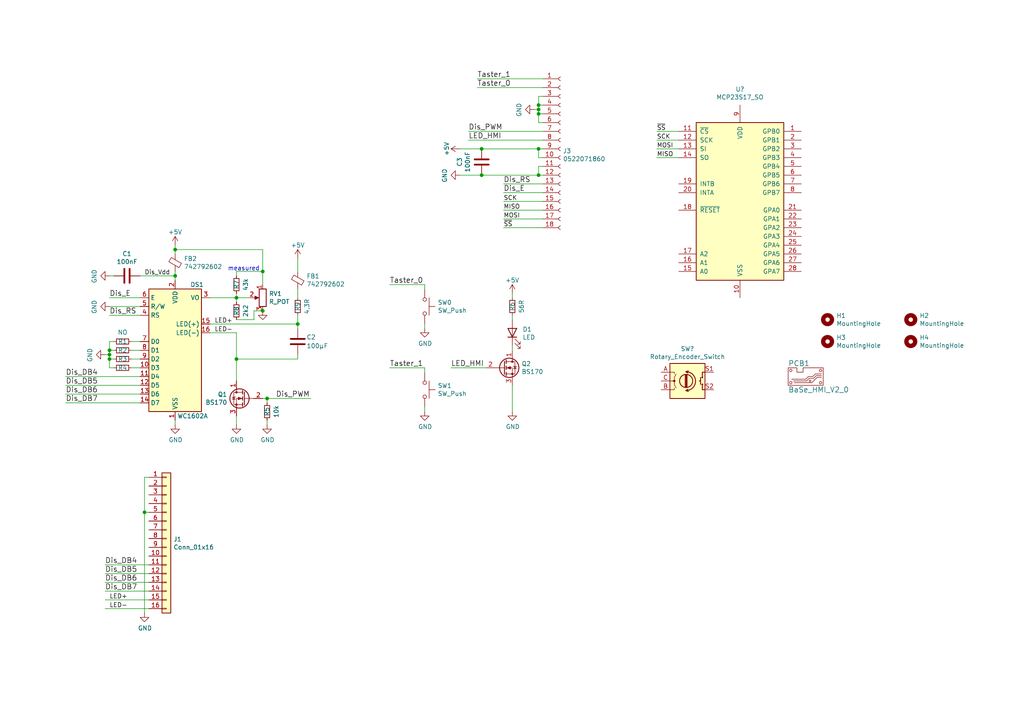
<source format=kicad_sch>
(kicad_sch (version 20211123) (generator eeschema)
  (paper "A4")
  (title_block (title "BaSe_HMI_V2_0") (date "28 apr 2016") (rev "1") (company "Gras7 Labs") (comment 1 "HMI Board for BaSe with Display, 2 Pushbuttons and a LED") (comment 2 "Revision 2 with Port Expander and Encoder"))
  (lib_symbols
    (symbol "Connector:Conn_01x18_Female" (pin_names (offset 1.016) hide)
      (property "Reference" "J" (at 0 22.86 0))
      (property "Value" "Conn_01x18_Female" (at 0 -25.4 0))
      (symbol "Conn_01x18_Female_1_1"
        (arc (start 0 -22.352) (mid -0.508 -22.86) (end 0 -23.368) (stroke (width 0.1524)))
        (arc (start 0 -19.812) (mid -0.508 -20.32) (end 0 -20.828) (stroke (width 0.1524)))
        (arc (start 0 -17.272) (mid -0.508 -17.78) (end 0 -18.288) (stroke (width 0.1524)))
        (arc (start 0 -14.732) (mid -0.508 -15.24) (end 0 -15.748) (stroke (width 0.1524)))
        (arc (start 0 -12.192) (mid -0.508 -12.7) (end 0 -13.208) (stroke (width 0.1524)))
        (arc (start 0 -9.652) (mid -0.508 -10.16) (end 0 -10.668) (stroke (width 0.1524)))
        (arc (start 0 -7.112) (mid -0.508 -7.62) (end 0 -8.128) (stroke (width 0.1524)))
        (arc (start 0 -4.572) (mid -0.508 -5.08) (end 0 -5.588) (stroke (width 0.1524)))
        (arc (start 0 -2.032) (mid -0.508 -2.54) (end 0 -3.048) (stroke (width 0.1524)))
        (polyline (pts (xy -1.27 -22.86) (xy -0.508 -22.86)) (stroke (width 0.1524)))
        (polyline (pts (xy -1.27 -20.32) (xy -0.508 -20.32)) (stroke (width 0.1524)))
        (polyline (pts (xy -1.27 -17.78) (xy -0.508 -17.78)) (stroke (width 0.1524)))
        (polyline (pts (xy -1.27 -15.24) (xy -0.508 -15.24)) (stroke (width 0.1524)))
        (polyline (pts (xy -1.27 -12.7) (xy -0.508 -12.7)) (stroke (width 0.1524)))
        (polyline (pts (xy -1.27 -10.16) (xy -0.508 -10.16)) (stroke (width 0.1524)))
        (polyline (pts (xy -1.27 -7.62) (xy -0.508 -7.62)) (stroke (width 0.1524)))
        (polyline (pts (xy -1.27 -5.08) (xy -0.508 -5.08)) (stroke (width 0.1524)))
        (polyline (pts (xy -1.27 -2.54) (xy -0.508 -2.54)) (stroke (width 0.1524)))
        (polyline (pts (xy -1.27 0) (xy -0.508 0)) (stroke (width 0.1524)))
        (polyline (pts (xy -1.27 2.54) (xy -0.508 2.54)) (stroke (width 0.1524)))
        (polyline (pts (xy -1.27 5.08) (xy -0.508 5.08)) (stroke (width 0.1524)))
        (polyline (pts (xy -1.27 7.62) (xy -0.508 7.62)) (stroke (width 0.1524)))
        (polyline (pts (xy -1.27 10.16) (xy -0.508 10.16)) (stroke (width 0.1524)))
        (polyline (pts (xy -1.27 12.7) (xy -0.508 12.7)) (stroke (width 0.1524)))
        (polyline (pts (xy -1.27 15.24) (xy -0.508 15.24)) (stroke (width 0.1524)))
        (polyline (pts (xy -1.27 17.78) (xy -0.508 17.78)) (stroke (width 0.1524)))
        (polyline (pts (xy -1.27 20.32) (xy -0.508 20.32)) (stroke (width 0.1524)))
        (arc (start 0 0.508) (mid -0.508 0) (end 0 -0.508) (stroke (width 0.1524)))
        (arc (start 0 3.048) (mid -0.508 2.54) (end 0 2.032) (stroke (width 0.1524)))
        (arc (start 0 5.588) (mid -0.508 5.08) (end 0 4.572) (stroke (width 0.1524)))
        (arc (start 0 8.128) (mid -0.508 7.62) (end 0 7.112) (stroke (width 0.1524)))
        (arc (start 0 10.668) (mid -0.508 10.16) (end 0 9.652) (stroke (width 0.1524)))
        (arc (start 0 13.208) (mid -0.508 12.7) (end 0 12.192) (stroke (width 0.1524)))
        (arc (start 0 15.748) (mid -0.508 15.24) (end 0 14.732) (stroke (width 0.1524)))
        (arc (start 0 18.288) (mid -0.508 17.78) (end 0 17.272) (stroke (width 0.1524)))
        (arc (start 0 20.828) (mid -0.508 20.32) (end 0 19.812) (stroke (width 0.1524)))
        (pin passive line (at -5.08 20.32 0) (length 3.81) (name "Pin_1") (number "1"))
        (pin passive line (at -5.08 -2.54 0) (length 3.81) (name "Pin_10") (number "10"))
        (pin passive line (at -5.08 -5.08 0) (length 3.81) (name "Pin_11") (number "11"))
        (pin passive line (at -5.08 -7.62 0) (length 3.81) (name "Pin_12") (number "12"))
        (pin passive line (at -5.08 -10.16 0) (length 3.81) (name "Pin_13") (number "13"))
        (pin passive line (at -5.08 -12.7 0) (length 3.81) (name "Pin_14") (number "14"))
        (pin passive line (at -5.08 -15.24 0) (length 3.81) (name "Pin_15") (number "15"))
        (pin passive line (at -5.08 -17.78 0) (length 3.81) (name "Pin_16") (number "16"))
        (pin passive line (at -5.08 -20.32 0) (length 3.81) (name "Pin_17") (number "17"))
        (pin passive line (at -5.08 -22.86 0) (length 3.81) (name "Pin_18") (number "18"))
        (pin passive line (at -5.08 17.78 0) (length 3.81) (name "Pin_2") (number "2"))
        (pin passive line (at -5.08 15.24 0) (length 3.81) (name "Pin_3") (number "3"))
        (pin passive line (at -5.08 12.7 0) (length 3.81) (name "Pin_4") (number "4"))
        (pin passive line (at -5.08 10.16 0) (length 3.81) (name "Pin_5") (number "5"))
        (pin passive line (at -5.08 7.62 0) (length 3.81) (name "Pin_6") (number "6"))
        (pin passive line (at -5.08 5.08 0) (length 3.81) (name "Pin_7") (number "7"))
        (pin passive line (at -5.08 2.54 0) (length 3.81) (name "Pin_8") (number "8"))
        (pin passive line (at -5.08 0 0) (length 3.81) (name "Pin_9") (number "9"))
      )
    )
    (symbol "Connector_Generic:Conn_01x16" (pin_names (offset 1.016) hide)
      (property "Reference" "J" (at 0 20.32 0))
      (property "Value" "Conn_01x16" (at 0 -22.86 0))
      (symbol "Conn_01x16_1_1"
        (rectangle (start -1.27 -20.193) (end 0 -20.447) (stroke (width 0.1524)))
        (rectangle (start -1.27 -17.653) (end 0 -17.907) (stroke (width 0.1524)))
        (rectangle (start -1.27 -15.113) (end 0 -15.367) (stroke (width 0.1524)))
        (rectangle (start -1.27 -12.573) (end 0 -12.827) (stroke (width 0.1524)))
        (rectangle (start -1.27 -10.033) (end 0 -10.287) (stroke (width 0.1524)))
        (rectangle (start -1.27 -7.493) (end 0 -7.747) (stroke (width 0.1524)))
        (rectangle (start -1.27 -4.953) (end 0 -5.207) (stroke (width 0.1524)))
        (rectangle (start -1.27 -2.413) (end 0 -2.667) (stroke (width 0.1524)))
        (rectangle (start -1.27 0.127) (end 0 -0.127) (stroke (width 0.1524)))
        (rectangle (start -1.27 2.667) (end 0 2.413) (stroke (width 0.1524)))
        (rectangle (start -1.27 5.207) (end 0 4.953) (stroke (width 0.1524)))
        (rectangle (start -1.27 7.747) (end 0 7.493) (stroke (width 0.1524)))
        (rectangle (start -1.27 10.287) (end 0 10.033) (stroke (width 0.1524)))
        (rectangle (start -1.27 12.827) (end 0 12.573) (stroke (width 0.1524)))
        (rectangle (start -1.27 15.367) (end 0 15.113) (stroke (width 0.1524)))
        (rectangle (start -1.27 17.907) (end 0 17.653) (stroke (width 0.1524)))
        (rectangle (start -1.27 19.05) (end 1.27 -21.59) (stroke (width 0.254)) (fill (type background)))
        (pin passive line (at -5.08 17.78 0) (length 3.81) (name "Pin_1") (number "1"))
        (pin passive line (at -5.08 -5.08 0) (length 3.81) (name "Pin_10") (number "10"))
        (pin passive line (at -5.08 -7.62 0) (length 3.81) (name "Pin_11") (number "11"))
        (pin passive line (at -5.08 -10.16 0) (length 3.81) (name "Pin_12") (number "12"))
        (pin passive line (at -5.08 -12.7 0) (length 3.81) (name "Pin_13") (number "13"))
        (pin passive line (at -5.08 -15.24 0) (length 3.81) (name "Pin_14") (number "14"))
        (pin passive line (at -5.08 -17.78 0) (length 3.81) (name "Pin_15") (number "15"))
        (pin passive line (at -5.08 -20.32 0) (length 3.81) (name "Pin_16") (number "16"))
        (pin passive line (at -5.08 15.24 0) (length 3.81) (name "Pin_2") (number "2"))
        (pin passive line (at -5.08 12.7 0) (length 3.81) (name "Pin_3") (number "3"))
        (pin passive line (at -5.08 10.16 0) (length 3.81) (name "Pin_4") (number "4"))
        (pin passive line (at -5.08 7.62 0) (length 3.81) (name "Pin_5") (number "5"))
        (pin passive line (at -5.08 5.08 0) (length 3.81) (name "Pin_6") (number "6"))
        (pin passive line (at -5.08 2.54 0) (length 3.81) (name "Pin_7") (number "7"))
        (pin passive line (at -5.08 0 0) (length 3.81) (name "Pin_8") (number "8"))
        (pin passive line (at -5.08 -2.54 0) (length 3.81) (name "Pin_9") (number "9"))
      )
    )
    (symbol "Device:C" (pin_numbers hide) (pin_names (offset 0.254))
      (property "Reference" "C" (at 0.635 2.54 0))
      (property "Value" "C" (at 0.635 -2.54 0))
      (symbol "C_0_1"
        (polyline (pts (xy -2.032 -0.762) (xy 2.032 -0.762)) (stroke (width 0.508)))
        (polyline (pts (xy -2.032 0.762) (xy 2.032 0.762)) (stroke (width 0.508)))
      )
      (symbol "C_1_1"
        (pin passive line (at 0 3.81 270) (length 2.794) (name "~") (number "1"))
        (pin passive line (at 0 -3.81 90) (length 2.794) (name "~") (number "2"))
      )
    )
    (symbol "Device:Ferrite_Bead_Small" (pin_numbers hide) (pin_names (offset 0))
      (property "Reference" "FB" (at 1.905 1.27 0))
      (property "Value" "Device_Ferrite_Bead_Small" (at 1.905 -1.27 0))
      (symbol "Ferrite_Bead_Small_0_1"
        (polyline (pts (xy 0 -1.27) (xy 0 -0.7874)))
        (polyline (pts (xy 0 0.889) (xy 0 1.2954)))
        (polyline (pts (xy -1.8288 0.2794) (xy -1.1176 1.4986) (xy 1.8288 -0.2032) (xy 1.1176 -1.4224) (xy -1.8288 0.2794)))
      )
      (symbol "Ferrite_Bead_Small_1_1"
        (pin passive line (at 0 2.54 270) (length 1.27) (name "~") (number "1"))
        (pin passive line (at 0 -2.54 90) (length 1.27) (name "~") (number "2"))
      )
    )
    (symbol "Device:LED" (pin_numbers hide) (pin_names (offset 1.016) hide)
      (property "Reference" "D" (at 0 2.54 0))
      (property "Value" "LED" (at 0 -2.54 0))
      (symbol "LED_0_1"
        (polyline (pts (xy -1.27 -1.27) (xy -1.27 1.27)) (stroke (width 0.254)))
        (polyline (pts (xy -1.27 0) (xy 1.27 0)))
        (polyline (pts (xy 1.27 -1.27) (xy 1.27 1.27) (xy -1.27 0) (xy 1.27 -1.27)) (stroke (width 0.254)))
        (polyline (pts (xy -3.048 -0.762) (xy -4.572 -2.286) (xy -3.81 -2.286) (xy -4.572 -2.286) (xy -4.572 -1.524)))
        (polyline (pts (xy -1.778 -0.762) (xy -3.302 -2.286) (xy -2.54 -2.286) (xy -3.302 -2.286) (xy -3.302 -1.524)))
      )
      (symbol "LED_1_1"
        (pin passive line (at -3.81 0 0) (length 2.54) (name "K") (number "1"))
        (pin passive line (at 3.81 0 180) (length 2.54) (name "A") (number "2"))
      )
    )
    (symbol "Device:R_POT" (pin_names (offset 1.016) hide)
      (property "Reference" "RV" (at -4.445 0 90))
      (property "Value" "Device_R_POT" (at -2.54 0 90))
      (symbol "R_POT_0_1"
        (polyline (pts (xy 2.54 0) (xy 1.524 0)))
        (polyline (pts (xy 1.143 0) (xy 2.286 0.508) (xy 2.286 -0.508) (xy 1.143 0)) (fill (type outline)))
        (rectangle (start 1.016 2.54) (end -1.016 -2.54) (stroke (width 0.254)))
      )
      (symbol "R_POT_1_1"
        (pin passive line (at 0 3.81 270) (length 1.27) (name "1") (number "1"))
        (pin passive line (at 3.81 0 180) (length 1.27) (name "2") (number "2"))
        (pin passive line (at 0 -3.81 90) (length 1.27) (name "3") (number "3"))
      )
    )
    (symbol "Device:R_Small" (pin_numbers hide) (pin_names (offset 0.254) hide)
      (property "Reference" "R" (at 0.762 0.508 0))
      (property "Value" "R_Small" (at 0.762 -1.016 0))
      (symbol "R_Small_0_1"
        (rectangle (start -0.762 1.778) (end 0.762 -1.778) (stroke (width 0.2032)))
      )
      (symbol "R_Small_1_1"
        (pin passive line (at 0 2.54 270) (length 0.762) (name "~") (number "1"))
        (pin passive line (at 0 -2.54 90) (length 0.762) (name "~") (number "2"))
      )
    )
    (symbol "Device:Rotary_Encoder_Switch" (pin_names (offset 0.254) hide)
      (property "Reference" "SW" (at 0 6.604 0))
      (property "Value" "Device_Rotary_Encoder_Switch" (at 0 -6.604 0))
      (symbol "Rotary_Encoder_Switch_0_1"
        (rectangle (start -5.08 5.08) (end 5.08 -5.08) (stroke (width 0.254)) (fill (type background)))
        (circle (center -3.81 0) (radius 0.254) (fill (type outline)))
        (arc (start -0.381 -2.794) (mid 2.3622 -0.0508) (end -0.381 2.667) (stroke (width 0.254)))
        (circle (center -0.381 0) (radius 1.905) (stroke (width 0.254)))
        (polyline (pts (xy -0.635 -1.778) (xy -0.635 1.778)) (stroke (width 0.254)))
        (polyline (pts (xy -0.381 -1.778) (xy -0.381 1.778)) (stroke (width 0.254)))
        (polyline (pts (xy -0.127 1.778) (xy -0.127 -1.778)) (stroke (width 0.254)))
        (polyline (pts (xy 3.81 0) (xy 3.429 0)) (stroke (width 0.254)))
        (polyline (pts (xy 3.81 1.016) (xy 3.81 -1.016)) (stroke (width 0.254)))
        (polyline (pts (xy -5.08 -2.54) (xy -3.81 -2.54) (xy -3.81 -2.032)))
        (polyline (pts (xy -5.08 2.54) (xy -3.81 2.54) (xy -3.81 2.032)))
        (polyline (pts (xy 0.254 -3.048) (xy -0.508 -2.794) (xy 0.127 -2.413)) (stroke (width 0.254)))
        (polyline (pts (xy 0.254 2.921) (xy -0.508 2.667) (xy 0.127 2.286)) (stroke (width 0.254)))
        (polyline (pts (xy 5.08 -2.54) (xy 4.318 -2.54) (xy 4.318 -1.016)) (stroke (width 0.254)))
        (polyline (pts (xy 5.08 2.54) (xy 4.318 2.54) (xy 4.318 1.016)) (stroke (width 0.254)))
        (polyline (pts (xy -5.08 0) (xy -3.81 0) (xy -3.81 -1.016) (xy -3.302 -2.032)))
        (polyline (pts (xy -4.318 0) (xy -3.81 0) (xy -3.81 1.016) (xy -3.302 2.032)))
        (circle (center 4.318 -1.016) (radius 0.127) (stroke (width 0.254)))
        (circle (center 4.318 1.016) (radius 0.127) (stroke (width 0.254)))
      )
      (symbol "Rotary_Encoder_Switch_1_1"
        (pin passive line (at -7.62 2.54 0) (length 2.54) (name "A") (number "A"))
        (pin passive line (at -7.62 -2.54 0) (length 2.54) (name "B") (number "B"))
        (pin passive line (at -7.62 0 0) (length 2.54) (name "C") (number "C"))
        (pin passive line (at 7.62 2.54 180) (length 2.54) (name "S1") (number "S1"))
        (pin passive line (at 7.62 -2.54 180) (length 2.54) (name "S2") (number "S2"))
      )
    )
    (symbol "Display_Character:WC1602A"
      (property "Reference" "DS" (at -5.842 19.05 0))
      (property "Value" "WC1602A" (at 5.334 19.05 0))
      (symbol "WC1602A_1_1"
        (rectangle (start -7.62 17.78) (end 7.62 -17.78) (stroke (width 0.254)) (fill (type background)))
        (pin power_in line (at 0 -20.32 90) (length 2.54) (name "VSS") (number "1"))
        (pin input line (at -10.16 -5.08 0) (length 2.54) (name "D3") (number "10"))
        (pin input line (at -10.16 -7.62 0) (length 2.54) (name "D4") (number "11"))
        (pin input line (at -10.16 -10.16 0) (length 2.54) (name "D5") (number "12"))
        (pin input line (at -10.16 -12.7 0) (length 2.54) (name "D6") (number "13"))
        (pin input line (at -10.16 -15.24 0) (length 2.54) (name "D7") (number "14"))
        (pin power_in line (at 10.16 7.62 180) (length 2.54) (name "LED(+)") (number "15"))
        (pin power_in line (at 10.16 5.08 180) (length 2.54) (name "LED(-)") (number "16"))
        (pin power_in line (at 0 20.32 270) (length 2.54) (name "VDD") (number "2"))
        (pin input line (at 10.16 15.24 180) (length 2.54) (name "VO") (number "3"))
        (pin input line (at -10.16 10.16 0) (length 2.54) (name "RS") (number "4"))
        (pin input line (at -10.16 12.7 0) (length 2.54) (name "R/W") (number "5"))
        (pin input line (at -10.16 15.24 0) (length 2.54) (name "E") (number "6"))
        (pin input line (at -10.16 2.54 0) (length 2.54) (name "D0") (number "7"))
        (pin input line (at -10.16 0 0) (length 2.54) (name "D1") (number "8"))
        (pin input line (at -10.16 -2.54 0) (length 2.54) (name "D2") (number "9"))
      )
    )
    (symbol "Interface_Expansion:MCP23S17_SO" (pin_names (offset 1.016))
      (property "Reference" "U" (at -11.43 24.13 0))
      (property "Value" "MCP23S17_SO" (at 0 0 0))
      (symbol "MCP23S17_SO_0_1"
        (rectangle (start -12.7 22.86) (end 12.7 -22.86) (stroke (width 0.254)) (fill (type background)))
      )
      (symbol "MCP23S17_SO_1_1"
        (pin bidirectional line (at 17.78 20.32 180) (length 5.08) (name "GPB0") (number "1"))
        (pin power_in line (at 0 -27.94 90) (length 5.08) (name "VSS") (number "10"))
        (pin input line (at -17.78 20.32 0) (length 5.08) (name "~{CS}") (number "11"))
        (pin input line (at -17.78 17.78 0) (length 5.08) (name "SCK") (number "12"))
        (pin input line (at -17.78 15.24 0) (length 5.08) (name "SI") (number "13"))
        (pin output line (at -17.78 12.7 0) (length 5.08) (name "SO") (number "14"))
        (pin input line (at -17.78 -20.32 0) (length 5.08) (name "A0") (number "15"))
        (pin input line (at -17.78 -17.78 0) (length 5.08) (name "A1") (number "16"))
        (pin input line (at -17.78 -15.24 0) (length 5.08) (name "A2") (number "17"))
        (pin input line (at -17.78 -2.54 0) (length 5.08) (name "~{RESET}") (number "18"))
        (pin tri_state line (at -17.78 5.08 0) (length 5.08) (name "INTB") (number "19"))
        (pin bidirectional line (at 17.78 17.78 180) (length 5.08) (name "GPB1") (number "2"))
        (pin tri_state line (at -17.78 2.54 0) (length 5.08) (name "INTA") (number "20"))
        (pin bidirectional line (at 17.78 -2.54 180) (length 5.08) (name "GPA0") (number "21"))
        (pin bidirectional line (at 17.78 -5.08 180) (length 5.08) (name "GPA1") (number "22"))
        (pin bidirectional line (at 17.78 -7.62 180) (length 5.08) (name "GPA2") (number "23"))
        (pin bidirectional line (at 17.78 -10.16 180) (length 5.08) (name "GPA3") (number "24"))
        (pin bidirectional line (at 17.78 -12.7 180) (length 5.08) (name "GPA4") (number "25"))
        (pin bidirectional line (at 17.78 -15.24 180) (length 5.08) (name "GPA5") (number "26"))
        (pin bidirectional line (at 17.78 -17.78 180) (length 5.08) (name "GPA6") (number "27"))
        (pin bidirectional line (at 17.78 -20.32 180) (length 5.08) (name "GPA7") (number "28"))
        (pin bidirectional line (at 17.78 15.24 180) (length 5.08) (name "GPB2") (number "3"))
        (pin bidirectional line (at 17.78 12.7 180) (length 5.08) (name "GPB3") (number "4"))
        (pin bidirectional line (at 17.78 10.16 180) (length 5.08) (name "GPB4") (number "5"))
        (pin bidirectional line (at 17.78 7.62 180) (length 5.08) (name "GPB5") (number "6"))
        (pin bidirectional line (at 17.78 5.08 180) (length 5.08) (name "GPB6") (number "7"))
        (pin bidirectional line (at 17.78 2.54 180) (length 5.08) (name "GPB7") (number "8"))
        (pin power_in line (at 0 27.94 270) (length 5.08) (name "VDD") (number "9"))
      )
    )
    (symbol "Mechanical:MountingHole" (pin_names (offset 1.016))
      (property "Reference" "H" (at 0 5.08 0))
      (property "Value" "MountingHole" (at 0 3.175 0))
      (symbol "MountingHole_0_1"
        (circle (center 0 0) (radius 1.27) (stroke (width 1.27)))
      )
    )
    (symbol "Switch:SW_Push" (pin_numbers hide) (pin_names (offset 1.016) hide)
      (property "Reference" "SW" (at 1.27 2.54 0))
      (property "Value" "SW_Push" (at 0 -1.524 0))
      (symbol "SW_Push_0_1"
        (circle (center -2.032 0) (radius 0.508))
        (polyline (pts (xy 0 1.27) (xy 0 3.048)))
        (polyline (pts (xy 2.54 1.27) (xy -2.54 1.27)))
        (circle (center 2.032 0) (radius 0.508))
        (pin passive line (at -5.08 0 0) (length 2.54) (name "1") (number "1"))
        (pin passive line (at 5.08 0 180) (length 2.54) (name "2") (number "2"))
      )
    )
    (symbol "Transistor_FET:BS170" (pin_names hide)
      (property "Reference" "Q" (at 5.08 1.905 0))
      (property "Value" "BS170" (at 5.08 0 0))
      (symbol "BS170_0_1"
        (polyline (pts (xy 0.254 0) (xy -2.54 0)))
        (polyline (pts (xy 0.254 1.905) (xy 0.254 -1.905)) (stroke (width 0.254)))
        (polyline (pts (xy 0.762 -1.27) (xy 0.762 -2.286)) (stroke (width 0.254)))
        (polyline (pts (xy 0.762 0.508) (xy 0.762 -0.508)) (stroke (width 0.254)))
        (polyline (pts (xy 0.762 2.286) (xy 0.762 1.27)) (stroke (width 0.254)))
        (polyline (pts (xy 2.54 2.54) (xy 2.54 1.778)))
        (polyline (pts (xy 2.54 -2.54) (xy 2.54 0) (xy 0.762 0)))
        (polyline (pts (xy 0.762 -1.778) (xy 3.302 -1.778) (xy 3.302 1.778) (xy 0.762 1.778)))
        (polyline (pts (xy 1.016 0) (xy 2.032 0.381) (xy 2.032 -0.381) (xy 1.016 0)) (fill (type outline)))
        (polyline (pts (xy 2.794 0.508) (xy 2.921 0.381) (xy 3.683 0.381) (xy 3.81 0.254)))
        (polyline (pts (xy 3.302 0.381) (xy 2.921 -0.254) (xy 3.683 -0.254) (xy 3.302 0.381)))
        (circle (center 1.651 0) (radius 2.794) (stroke (width 0.254)))
        (circle (center 2.54 -1.778) (radius 0.254) (fill (type outline)))
        (circle (center 2.54 1.778) (radius 0.254) (fill (type outline)))
      )
      (symbol "BS170_1_1"
        (pin passive line (at 2.54 5.08 270) (length 2.54) (name "D") (number "1"))
        (pin input line (at -5.08 0 0) (length 2.54) (name "G") (number "2"))
        (pin passive line (at 2.54 -5.08 90) (length 2.54) (name "S") (number "3"))
      )
    )
    (symbol "g7_labels:PCB" (pin_names (offset 1.016))
      (property "Reference" "PCB" (at 0 3.81 0))
      (property "Value" "PCB" (at 0 -3.81 0))
      (symbol "PCB_0_1"
        (circle (center -4.318 1.778) (radius 0.3556))
        (polyline (pts (xy 4.572 -0.254) (xy 3.302 -0.254) (xy 1.778 -1.778) (xy -3.302 -1.778)))
        (polyline (pts (xy -3.556 -1.27) (xy 0.254 -1.27) (xy 1.016 -0.508) (xy 2.286 -0.508) (xy 3.048 0.254) (xy 4.572 0.254)))
        (polyline (pts (xy -4.064 -0.762) (xy -0.508 -0.762) (xy 0 -0.762) (xy 0.762 0) (xy 2.032 0) (xy 2.794 0.762) (xy 4.572 0.762)))
        (polyline (pts (xy -5.08 2.54) (xy -2.54 2.54) (xy -2.54 1.27) (xy -0.762 1.27) (xy -0.762 2.54) (xy 5.08 2.54) (xy 5.08 -2.54) (xy -5.08 -2.54) (xy -5.08 2.54)))
        (circle (center 1.27 -1.27) (radius 0.254))
        (circle (center 4.318 -1.778) (radius 0.3556))
      )
      (symbol "PCB_1_1"
        (circle (center -4.318 -1.778) (radius 0.3556))
        (circle (center 4.318 1.778) (radius 0.3556))
      )
    )
    (symbol "power:+5V" (power) (pin_names (offset 0))
      (property "Value" "+5V" (at 0 3.556 0))
      (symbol "+5V_0_1"
        (polyline (pts (xy -0.762 1.27) (xy 0 2.54)))
        (polyline (pts (xy 0 0) (xy 0 2.54)))
        (polyline (pts (xy 0 2.54) (xy 0.762 1.27)))
      )
      (symbol "+5V_1_1"
        (pin power_in line (at 0 0 90) (length 0) hide (name "+5V") (number "1"))
      )
    )
    (symbol "power:GND" (power) (pin_names (offset 0))
      (property "Value" "GND" (at 0 -3.81 0))
      (symbol "GND_0_1"
        (polyline (pts (xy 0 0) (xy 0 -1.27) (xy 1.27 -1.27) (xy 0 -2.54) (xy -1.27 -1.27) (xy 0 -1.27)))
      )
      (symbol "GND_1_1"
        (pin power_in line (at 0 0 270) (length 0) hide (name "GND") (number "1"))
      )
    )
  )
  (junction (at 50.8 80.01))
  (junction (at 139.7 50.8))
  (junction (at 86.36 93.98))
  (junction (at 156.21 33.02))
  (junction (at 68.58 104.14))
  (junction (at 31.75 102.87))
  (junction (at 50.8 72.39))
  (junction (at 31.75 101.6))
  (junction (at 31.75 104.14))
  (junction (at 156.21 43.18))
  (junction (at 156.21 50.8))
  (junction (at 68.58 86.36))
  (junction (at 76.2 90.17))
  (junction (at 156.21 30.48))
  (junction (at 77.47 115.57))
  (junction (at 139.7 43.18))
  (junction (at 156.21 31.75))
  (junction (at 41.91 148.59))
  (junction (at 76.2 78.74))
  (wire (pts (xy 86.36 91.44) (xy 86.36 93.98)))
  (wire (pts (xy 156.21 30.48) (xy 156.21 31.75)))
  (wire (pts (xy 113.03 82.55) (xy 123.19 82.55)))
  (wire (pts (xy 146.05 60.96) (xy 157.48 60.96)))
  (wire (pts (xy 123.19 106.68) (xy 123.19 107.95)))
  (wire (pts (xy 156.21 33.02) (xy 156.21 35.56)))
  (wire (pts (xy 156.21 35.56) (xy 157.48 35.56)))
  (wire (pts (xy 50.8 123.19) (xy 50.8 121.92)))
  (wire (pts (xy 50.8 71.12) (xy 50.8 72.39)))
  (wire (pts (xy 33.02 99.06) (xy 31.75 99.06)))
  (wire (pts (xy 31.75 86.36) (xy 40.64 86.36)))
  (wire (pts (xy 86.36 104.14) (xy 68.58 104.14)))
  (wire (pts (xy 77.47 115.57) (xy 77.47 116.84)))
  (wire (pts (xy 73.66 90.17) (xy 76.2 90.17)))
  (wire (pts (xy 31.75 80.01) (xy 33.02 80.01)))
  (wire (pts (xy 43.18 148.59) (xy 41.91 148.59)))
  (wire (pts (xy 156.21 50.8) (xy 157.48 50.8)))
  (wire (pts (xy 31.75 99.06) (xy 31.75 101.6)))
  (wire (pts (xy 146.05 53.34) (xy 157.48 53.34)))
  (wire (pts (xy 19.05 114.3) (xy 40.64 114.3)))
  (wire (pts (xy 190.5 43.18) (xy 196.85 43.18)))
  (wire (pts (xy 86.36 102.87) (xy 86.36 104.14)))
  (wire (pts (xy 31.75 102.87) (xy 30.48 102.87)))
  (wire (pts (xy 123.19 119.38) (xy 123.19 118.11)))
  (wire (pts (xy 86.36 83.82) (xy 86.36 86.36)))
  (wire (pts (xy 31.75 104.14) (xy 31.75 106.68)))
  (wire (pts (xy 148.59 111.76) (xy 148.59 119.38)))
  (wire (pts (xy 41.91 148.59) (xy 41.91 177.8)))
  (wire (pts (xy 31.75 91.44) (xy 40.64 91.44)))
  (wire (pts (xy 148.59 85.09) (xy 148.59 86.36)))
  (wire (pts (xy 157.48 27.94) (xy 156.21 27.94)))
  (wire (pts (xy 156.21 30.48) (xy 157.48 30.48)))
  (wire (pts (xy 38.1 104.14) (xy 40.64 104.14)))
  (wire (pts (xy 30.48 168.91) (xy 43.18 168.91)))
  (wire (pts (xy 50.8 72.39) (xy 76.2 72.39)))
  (wire (pts (xy 76.2 72.39) (xy 76.2 78.74)))
  (wire (pts (xy 156.21 48.26) (xy 156.21 50.8)))
  (wire (pts (xy 19.05 109.22) (xy 40.64 109.22)))
  (wire (pts (xy 146.05 55.88) (xy 157.48 55.88)))
  (wire (pts (xy 68.58 92.71) (xy 73.66 92.71)))
  (wire (pts (xy 30.48 173.99) (xy 43.18 173.99)))
  (wire (pts (xy 148.59 101.6) (xy 148.59 100.33)))
  (wire (pts (xy 41.91 138.43) (xy 41.91 148.59)))
  (wire (pts (xy 31.75 104.14) (xy 33.02 104.14)))
  (wire (pts (xy 190.5 45.72) (xy 196.85 45.72)))
  (wire (pts (xy 31.75 88.9) (xy 40.64 88.9)))
  (wire (pts (xy 38.1 101.6) (xy 40.64 101.6)))
  (wire (pts (xy 156.21 43.18) (xy 156.21 45.72)))
  (wire (pts (xy 31.75 106.68) (xy 33.02 106.68)))
  (wire (pts (xy 123.19 93.98) (xy 123.19 95.25)))
  (wire (pts (xy 154.94 31.75) (xy 156.21 31.75)))
  (wire (pts (xy 19.05 116.84) (xy 40.64 116.84)))
  (wire (pts (xy 135.89 38.1) (xy 157.48 38.1)))
  (wire (pts (xy 50.8 78.74) (xy 50.8 80.01)))
  (wire (pts (xy 156.21 48.26) (xy 157.48 48.26)))
  (wire (pts (xy 123.19 82.55) (xy 123.19 83.82)))
  (wire (pts (xy 31.75 101.6) (xy 31.75 102.87)))
  (wire (pts (xy 50.8 81.28) (xy 50.8 80.01)))
  (wire (pts (xy 68.58 110.49) (xy 68.58 104.14)))
  (wire (pts (xy 77.47 115.57) (xy 90.17 115.57)))
  (wire (pts (xy 138.43 22.86) (xy 157.48 22.86)))
  (wire (pts (xy 30.48 176.53) (xy 43.18 176.53)))
  (wire (pts (xy 31.75 102.87) (xy 31.75 104.14)))
  (wire (pts (xy 157.48 33.02) (xy 156.21 33.02)))
  (wire (pts (xy 30.48 163.83) (xy 43.18 163.83)))
  (wire (pts (xy 190.5 38.1) (xy 196.85 38.1)))
  (wire (pts (xy 38.1 99.06) (xy 40.64 99.06)))
  (wire (pts (xy 86.36 74.93) (xy 86.36 78.74)))
  (wire (pts (xy 68.58 78.74) (xy 76.2 78.74)))
  (wire (pts (xy 30.48 166.37) (xy 43.18 166.37)))
  (wire (pts (xy 68.58 86.36) (xy 68.58 87.63)))
  (wire (pts (xy 68.58 96.52) (xy 60.96 96.52)))
  (wire (pts (xy 68.58 85.09) (xy 68.58 86.36)))
  (wire (pts (xy 43.18 138.43) (xy 41.91 138.43)))
  (wire (pts (xy 135.89 40.64) (xy 157.48 40.64)))
  (wire (pts (xy 76.2 78.74) (xy 76.2 82.55)))
  (wire (pts (xy 77.47 123.19) (xy 77.47 121.92)))
  (wire (pts (xy 133.35 50.8) (xy 139.7 50.8)))
  (wire (pts (xy 30.48 171.45) (xy 43.18 171.45)))
  (wire (pts (xy 68.58 86.36) (xy 72.39 86.36)))
  (wire (pts (xy 157.48 43.18) (xy 156.21 43.18)))
  (wire (pts (xy 139.7 43.18) (xy 133.35 43.18)))
  (wire (pts (xy 60.96 86.36) (xy 68.58 86.36)))
  (wire (pts (xy 146.05 58.42) (xy 157.48 58.42)))
  (wire (pts (xy 146.05 66.04) (xy 157.48 66.04)))
  (wire (pts (xy 156.21 27.94) (xy 156.21 30.48)))
  (wire (pts (xy 146.05 63.5) (xy 157.48 63.5)))
  (wire (pts (xy 148.59 91.44) (xy 148.59 92.71)))
  (wire (pts (xy 33.02 101.6) (xy 31.75 101.6)))
  (wire (pts (xy 113.03 106.68) (xy 123.19 106.68)))
  (wire (pts (xy 38.1 106.68) (xy 40.64 106.68)))
  (wire (pts (xy 156.21 43.18) (xy 139.7 43.18)))
  (wire (pts (xy 86.36 95.25) (xy 86.36 93.98)))
  (wire (pts (xy 156.21 33.02) (xy 156.21 31.75)))
  (wire (pts (xy 140.97 106.68) (xy 130.81 106.68)))
  (wire (pts (xy 76.2 115.57) (xy 77.47 115.57)))
  (wire (pts (xy 60.96 93.98) (xy 86.36 93.98)))
  (wire (pts (xy 19.05 111.76) (xy 40.64 111.76)))
  (wire (pts (xy 190.5 40.64) (xy 196.85 40.64)))
  (wire (pts (xy 138.43 25.4) (xy 157.48 25.4)))
  (wire (pts (xy 73.66 92.71) (xy 73.66 90.17)))
  (wire (pts (xy 40.64 80.01) (xy 50.8 80.01)))
  (wire (pts (xy 50.8 72.39) (xy 50.8 73.66)))
  (wire (pts (xy 68.58 123.19) (xy 68.58 120.65)))
  (wire (pts (xy 156.21 45.72) (xy 157.48 45.72)))
  (wire (pts (xy 68.58 104.14) (xy 68.58 96.52)))
  (wire (pts (xy 139.7 50.8) (xy 156.21 50.8)))
  (wire (pts (xy 68.58 80.01) (xy 68.58 78.74)))
  (text "measured" (at 66.04 78.74 0) (effects (font (size 1.27 1.27)) (justify left bottom)))
  (label "Dis_PWM" (at 135.89 38.1 0) (effects (font (size 1.524 1.524))))
  (label "Taster_0" (at 138.43 25.4 0) (effects (font (size 1.524 1.524))))
  (label "Dis_RS" (at 146.05 53.34 0) (effects (font (size 1.524 1.524))))
  (label "LED-" (at 62.23 96.52 0))
  (label "LED_HMI" (at 135.89 40.64 0) (effects (font (size 1.524 1.524))))
  (label "LED+" (at 31.75 173.99 0))
  (label "LED+" (at 62.23 93.98 0))
  (label "Taster_1" (at 113.03 106.68 0) (effects (font (size 1.524 1.524))))
  (label "~{SS}" (at 190.5 38.1 0))
  (label "LED-" (at 31.75 176.53 0))
  (label "Dis_Vdd" (at 41.91 80.01 0))
  (label "LED_HMI" (at 130.81 106.68 0) (effects (font (size 1.524 1.524))))
  (label "Dis_DB5" (at 30.48 166.37 0) (effects (font (size 1.524 1.524))))
  (label "MOSI" (at 190.5 43.18 0))
  (label "Dis_DB5" (at 19.05 111.76 0) (effects (font (size 1.524 1.524))))
  (label "Dis_PWM" (at 80.01 115.57 0) (effects (font (size 1.524 1.524))))
  (label "Dis_DB4" (at 30.48 163.83 0) (effects (font (size 1.524 1.524))))
  (label "Taster_0" (at 113.03 82.55 0) (effects (font (size 1.524 1.524))))
  (label "SCK" (at 190.5 40.64 0))
  (label "Dis_E" (at 31.75 86.36 0) (effects (font (size 1.524 1.524))))
  (label "Dis_DB7" (at 19.05 116.84 0) (effects (font (size 1.524 1.524))))
  (label "MISO" (at 190.5 45.72 0))
  (label "Dis_DB6" (at 19.05 114.3 0) (effects (font (size 1.524 1.524))))
  (label "Dis_DB6" (at 30.48 168.91 0) (effects (font (size 1.524 1.524))))
  (label "MISO" (at 146.05 60.96 0))
  (label "Dis_E" (at 146.05 55.88 0) (effects (font (size 1.524 1.524))))
  (label "MOSI" (at 146.05 63.5 0))
  (label "Dis_DB7" (at 30.48 171.45 0) (effects (font (size 1.524 1.524))))
  (label "Taster_1" (at 138.43 22.86 0) (effects (font (size 1.524 1.524))))
  (label "Dis_RS" (at 31.75 91.44 0) (effects (font (size 1.524 1.524))))
  (label "Dis_DB4" (at 19.05 109.22 0) (effects (font (size 1.524 1.524))))
  (label "SCK" (at 146.05 58.42 0))
  (label "~{SS}" (at 146.05 66.04 0))
  (symbol (lib_id "Device:C") (at 86.36 99.06 180) (unit 1)
    (property "Reference" "C2" (at 88.9 97.79 0) (effects (justify right)))
    (property "Value" "100µF" (at 88.9 100.33 0) (effects (justify right)))
    (property "Footprint" "Capacitor_SMD:C_1210_3225Metric_Pad1.42x2.65mm_HandSolder" (effects hide))
    (property "Datasheet" "https://www.yuden.co.jp/productdata/catalog/mlcc01_e.pdf" (effects hide))
    (property "Digikey" " 587-1387-1-ND" (effects hide))
    (property "SPN" "587-1387-1-ND" (effects hide))
  )
  (symbol (lib_id "Switch:SW_Push") (at 123.19 88.9 270) (unit 1)
    (property "Reference" "SW0" (at 126.9492 87.7316 90) (effects (justify left)))
    (property "Value" "SW_Push" (at 126.9492 90.043 90) (effects (justify left)))
    (property "Footprint" "Button_Switch_THT:SW_PUSH_6mm_H7.3mm" (effects hide))
    (property "Datasheet" "http://www.schurter.ch/bundles/snceschurter/epim/_ProdPool_/newDS/en/typ_6x6_mm_tact_switches.pdf" (effects hide))
    (property "SPN" "486-3459-ND" (effects hide))
  )
  (symbol (lib_id "Switch:SW_Push") (at 123.19 113.03 270) (unit 1)
    (property "Reference" "SW1" (at 126.9492 111.8616 90) (effects (justify left)))
    (property "Value" "SW_Push" (at 126.9492 114.173 90) (effects (justify left)))
    (property "Footprint" "Button_Switch_THT:SW_PUSH_6mm_H7.3mm" (effects hide))
    (property "SPN" "486-3459-ND" (effects hide))
  )
  (symbol (lib_id "Transistor_FET:BS170") (at 71.12 115.57 0) (mirror y) (unit 1)
    (property "Reference" "Q1" (at 65.913 114.4016 0) (effects (justify left)))
    (property "Value" "BS170" (at 65.913 116.713 0) (effects (justify left)))
    (property "Footprint" "Package_TO_SOT_THT:TO-92_Inline" (effects hide))
    (property "Datasheet" "http://www.fairchildsemi.com/ds/BS/BS170.pdf" (effects hide))
    (property "SPN" "BS170-D75ZCT-ND" (effects hide))
  )
  (symbol (lib_id "Display_Character:WC1602A") (at 50.8 101.6 0) (unit 1)
    (property "Reference" "DS1" (at 57.15 82.55 0))
    (property "Value" "WC1602A" (at 55.88 120.65 0))
    (property "Footprint" "G7_Custom:WC1602A_3.5mm_over_PCB" (effects hide))
    (property "Datasheet" "http://www.wincomlcd.com/pdf/WC1602A-SFYLYHTC06.pdf" (effects hide))
  )
  (symbol (lib_id "Device:R_Small") (at 35.56 99.06 270) (unit 1)
    (property "Reference" "R1" (at 35.56 99.06 90))
    (property "Value" "NO" (at 35.56 96.393 90))
    (property "Footprint" "Resistor_SMD:R_0603_1608Metric_Pad1.05x0.95mm_HandSolder" (effects hide))
  )
  (symbol (lib_id "Device:R_Small") (at 35.56 101.6 270) (unit 1)
    (property "Reference" "R2" (at 35.56 101.6 90))
    (property "Value" "NO" (effects hide))
    (property "Footprint" "Resistor_SMD:R_0603_1608Metric_Pad1.05x0.95mm_HandSolder" (effects hide))
  )
  (symbol (lib_id "Device:R_Small") (at 35.56 104.14 270) (unit 1)
    (property "Reference" "R3" (at 35.56 104.14 90))
    (property "Value" "NO" (effects hide))
    (property "Footprint" "Resistor_SMD:R_0603_1608Metric_Pad1.05x0.95mm_HandSolder" (effects hide))
  )
  (symbol (lib_id "Device:R_Small") (at 35.56 106.68 270) (unit 1)
    (property "Reference" "R4" (at 35.56 106.68 90))
    (property "Value" "NO" (effects hide))
    (property "Footprint" "Resistor_SMD:R_0603_1608Metric_Pad1.05x0.95mm_HandSolder" (effects hide))
  )
  (symbol (lib_id "power:GND") (at 30.48 102.87 270) (unit 1)
    (property "Reference" "#PWR0101" (effects hide))
    (property "Value" "GND" (at 26.0858 102.997 0))
  )
  (symbol (lib_id "power:GND") (at 50.8 123.19 0) (unit 1)
    (property "Reference" "#PWR0102" (effects hide))
    (property "Value" "GND" (at 50.927 127.5842 0))
  )
  (symbol (lib_id "power:GND") (at 31.75 88.9 270) (unit 1)
    (property "Reference" "#PWR0103" (effects hide))
    (property "Value" "GND" (at 27.3558 89.027 0))
  )
  (symbol (lib_id "Device:R_POT") (at 76.2 86.36 0) (mirror y) (unit 1)
    (property "Reference" "RV1" (at 77.978 85.1916 0) (effects (justify right)))
    (property "Value" "R_POT" (at 77.978 87.503 0) (effects (justify right)))
    (property "Footprint" "Potentiometer_THT:Potentiometer_Piher_PT-10-V10_Vertical" (effects hide))
    (property "Datasheet" "https://www.piher.net/pdf/12-PT10v03.pdf" (effects hide))
    (property "Digikey" "1993-1082-ND " (effects hide))
  )
  (symbol (lib_id "power:GND") (at 68.58 123.19 0) (unit 1)
    (property "Reference" "#PWR0104" (effects hide))
    (property "Value" "GND" (at 68.707 127.5842 0))
  )
  (symbol (lib_id "Device:R_Small") (at 77.47 119.38 180) (unit 1)
    (property "Reference" "R5" (at 77.47 119.38 90))
    (property "Value" "10k" (at 80.137 119.38 90))
    (property "Footprint" "Resistor_SMD:R_0603_1608Metric_Pad1.05x0.95mm_HandSolder" (effects hide))
    (property "SPN" "311-10.0KHRCT-ND " (effects hide))
  )
  (symbol (lib_id "power:GND") (at 77.47 123.19 0) (unit 1)
    (property "Reference" "#PWR0105" (effects hide))
    (property "Value" "GND" (at 77.597 127.5842 0))
  )
  (symbol (lib_id "power:GND") (at 76.2 90.17 0) (unit 1)
    (property "Reference" "#PWR0108" (effects hide))
    (property "Value" "GND" (effects hide))
  )
  (symbol (lib_id "Device:Ferrite_Bead_Small") (at 50.8 76.2 0) (unit 1)
    (property "Reference" "FB2" (at 53.34 75.0316 0) (effects (justify left)))
    (property "Value" "742792602" (at 53.34 77.343 0) (effects (justify left)))
    (property "Footprint" "Inductor_SMD:L_0603_1608Metric_Pad1.05x0.95mm_HandSolder" (effects hide))
    (property "Datasheet" "https://www.we-online.de/katalog/datasheet/742792602.pdf" (effects hide))
    (property "SPN" "732-4660-1-ND" (effects hide))
  )
  (symbol (lib_id "power:+5V") (at 86.36 74.93 0) (unit 1)
    (property "Reference" "#PWR0109" (effects hide))
    (property "Value" "+5V" (at 86.36 71.12 0))
  )
  (symbol (lib_id "Device:C") (at 36.83 80.01 270) (unit 1)
    (property "Reference" "C1" (at 36.83 73.6092 90))
    (property "Value" "100nF" (at 36.83 75.9206 90))
    (property "Footprint" "Capacitor_SMD:C_0603_1608Metric_Pad1.05x0.95mm_HandSolder" (effects hide))
    (property "SPN" "311-1779-1-ND" (effects hide))
  )
  (symbol (lib_id "power:GND") (at 31.75 80.01 270) (unit 1)
    (property "Reference" "#PWR0110" (effects hide))
    (property "Value" "GND" (at 27.3558 80.137 0))
  )
  (symbol (lib_id "power:GND") (at 123.19 95.25 0) (unit 1)
    (property "Reference" "#PWR0111" (effects hide))
    (property "Value" "GND" (at 123.317 99.6442 0))
  )
  (symbol (lib_id "power:GND") (at 123.19 119.38 0) (unit 1)
    (property "Reference" "#PWR0112" (effects hide))
    (property "Value" "GND" (at 123.317 123.7742 0))
  )
  (symbol (lib_id "Device:LED") (at 148.59 96.52 90) (unit 1)
    (property "Reference" "D1" (at 151.5618 95.5294 90) (effects (justify right)))
    (property "Value" "LED" (at 151.5618 97.8408 90) (effects (justify right)))
    (property "Footprint" "G7_Custom:LED_D3.0mm_9.5mm_Standoff" (effects hide))
    (property "SPN" "C5SMF-RJF-CT0W0BB2CT-ND" (effects hide))
  )
  (symbol (lib_id "power:GND") (at 148.59 119.38 0) (unit 1)
    (property "Reference" "#PWR0113" (effects hide))
    (property "Value" "GND" (at 148.717 123.7742 0))
  )
  (symbol (lib_id "Device:Ferrite_Bead_Small") (at 86.36 81.28 0) (unit 1)
    (property "Reference" "FB1" (at 88.9 80.1116 0) (effects (justify left)))
    (property "Value" "742792602" (at 88.9 82.423 0) (effects (justify left)))
    (property "Footprint" "Inductor_SMD:L_0603_1608Metric_Pad1.05x0.95mm_HandSolder" (effects hide))
    (property "Datasheet" "https://www.we-online.de/katalog/datasheet/742792602.pdf" (effects hide))
    (property "SPN" "732-4660-1-ND" (effects hide))
  )
  (symbol (lib_id "power:GND") (at 133.35 50.8 270) (unit 1)
    (property "Reference" "#PWR0106" (effects hide))
    (property "Value" "GND" (at 128.9558 50.927 0))
  )
  (symbol (lib_id "power:+5V") (at 133.35 43.18 90) (unit 1)
    (property "Reference" "#PWR0114" (effects hide))
    (property "Value" "+5V" (at 129.54 43.18 0))
  )
  (symbol (lib_id "power:GND") (at 154.94 31.75 270) (unit 1)
    (property "Reference" "#PWR0115" (effects hide))
    (property "Value" "GND" (at 150.5458 31.877 0))
  )
  (symbol (lib_id "Device:C") (at 139.7 46.99 0) (unit 1)
    (property "Reference" "C3" (at 133.2992 46.99 90))
    (property "Value" "100nF" (at 135.6106 46.99 90))
    (property "Footprint" "Capacitor_SMD:C_0603_1608Metric_Pad1.05x0.95mm_HandSolder" (effects hide))
    (property "SPN" "311-1779-1-ND" (effects hide))
  )
  (symbol (lib_id "g7_labels:PCB") (at 233.68 109.22 0) (unit 1)
    (property "Reference" "PCB1" (at 228.6 105.41 0) (effects (font (size 1.524 1.524)) (justify left)))
    (property "Value" "BaSe_HMI_V2_0" (at 228.6 113.03 0) (effects (font (size 1.524 1.524)) (justify left)))
    (property "Footprint" "G7_Labels:BaSe_HMI_V2_0" (effects hide))
  )
  (symbol (lib_id "Connector:Conn_01x18_Female") (at 162.56 43.18 0) (unit 1)
    (property "Reference" "J3" (at 163.2712 43.7896 0) (effects (justify left)))
    (property "Value" "0522071860" (at 163.2712 46.101 0) (effects (justify left)))
    (property "Footprint" "G7_Custom:Conn_FFC_Molex_52207-1860" (effects hide))
    (property "SPN" "WM10954CT-ND" (effects hide))
  )
  (symbol (lib_id "power:+5V") (at 50.8 71.12 0) (unit 1)
    (property "Reference" "#PWR0107" (effects hide))
    (property "Value" "+5V" (at 50.8 67.31 0))
  )
  (symbol (lib_id "Device:R_Small") (at 68.58 90.17 180) (unit 1)
    (property "Reference" "R8" (at 68.58 90.17 90))
    (property "Value" "2k2" (at 71.247 90.17 90))
    (property "Footprint" "Resistor_SMD:R_0603_1608Metric_Pad1.05x0.95mm_HandSolder" (effects hide))
    (property "SPN" "311-2.20KHRCT-ND" (effects hide))
  )
  (symbol (lib_id "Device:R_Small") (at 68.58 82.55 180) (unit 1)
    (property "Reference" "R7" (at 68.58 82.55 90))
    (property "Value" "43k" (at 71.247 82.55 90))
    (property "Footprint" "Resistor_SMD:R_0603_1608Metric_Pad1.05x0.95mm_HandSolder" (effects hide))
    (property "SPN" "RMCF0603FT43K0CT-ND" (effects hide))
  )
  (symbol (lib_id "Mechanical:MountingHole") (at 240.03 99.06 0) (unit 1)
    (property "Reference" "H3" (at 242.57 97.8916 0) (effects (justify left)))
    (property "Value" "MountingHole" (at 242.57 100.203 0) (effects (justify left)))
    (property "Footprint" "MountingHole:MountingHole_2.2mm_M2" (effects hide))
  )
  (symbol (lib_id "Transistor_FET:BS170") (at 146.05 106.68 0) (unit 1)
    (property "Reference" "Q2" (at 151.257 105.5116 0) (effects (justify left)))
    (property "Value" "BS170" (at 151.257 107.823 0) (effects (justify left)))
    (property "Footprint" "Package_TO_SOT_THT:TO-92_Inline" (effects hide))
    (property "Datasheet" "http://www.fairchildsemi.com/ds/BS/BS170.pdf" (effects hide))
    (property "SPN" "BS170-D75ZCT-ND" (effects hide))
  )
  (symbol (lib_id "Device:R_Small") (at 148.59 88.9 180) (unit 1)
    (property "Reference" "R6" (at 148.59 88.9 90))
    (property "Value" "56R" (at 151.257 88.9 90))
    (property "Footprint" "Resistor_SMD:R_0603_1608Metric_Pad1.05x0.95mm_HandSolder" (effects hide))
    (property "SPN" "A129673CT-ND" (effects hide))
  )
  (symbol (lib_id "power:+5V") (at 148.59 85.09 0) (unit 1)
    (property "Reference" "#PWR01" (effects hide))
    (property "Value" "+5V" (at 148.59 81.28 0))
  )
  (symbol (lib_id "Mechanical:MountingHole") (at 240.03 92.71 0) (unit 1)
    (property "Reference" "H1" (at 242.57 91.5416 0) (effects (justify left)))
    (property "Value" "MountingHole" (at 242.57 93.853 0) (effects (justify left)))
    (property "Footprint" "MountingHole:MountingHole_2.2mm_M2" (effects hide))
  )
  (symbol (lib_id "Mechanical:MountingHole") (at 264.16 92.71 0) (unit 1)
    (property "Reference" "H2" (at 266.7 91.5416 0) (effects (justify left)))
    (property "Value" "MountingHole" (at 266.7 93.853 0) (effects (justify left)))
    (property "Footprint" "MountingHole:MountingHole_2.2mm_M2" (effects hide))
  )
  (symbol (lib_id "Mechanical:MountingHole") (at 264.16 99.06 0) (unit 1)
    (property "Reference" "H4" (at 266.7 97.8916 0) (effects (justify left)))
    (property "Value" "MountingHole" (at 266.7 100.203 0) (effects (justify left)))
    (property "Footprint" "MountingHole:MountingHole_2.2mm_M2" (effects hide))
  )
  (symbol (lib_id "Device:R_Small") (at 86.36 88.9 180) (unit 1)
    (property "Reference" "R9" (at 86.36 88.9 90))
    (property "Value" "4,3R" (at 89.027 88.9 90))
    (property "Footprint" "Resistor_SMD:R_1206_3216Metric_Pad1.42x1.75mm_HandSolder" (effects hide))
    (property "SPN" "541-4.30FFCT-ND " (effects hide))
  )
  (symbol (lib_id "Connector_Generic:Conn_01x16") (at 48.26 156.21 0) (unit 1)
    (property "Reference" "J1" (at 50.292 156.4132 0) (effects (justify left)))
    (property "Value" "Conn_01x16" (at 50.292 158.7246 0) (effects (justify left)))
    (property "Footprint" "Connector_PinHeader_2.54mm:PinHeader_1x16_P2.54mm_Vertical" (effects hide))
    (property "Datasheet" "http://www.adam-tech.com/downloader.php?p=PH1-XX-UA.pdf" (effects hide))
    (property "SPN" "2057-PH1-16-UA-ND" (effects hide))
  )
  (symbol (lib_id "power:GND") (at 41.91 177.8 0) (unit 1)
    (property "Reference" "#PWR0116" (effects hide))
    (property "Value" "GND" (at 42.037 182.1942 0))
  )
  (symbol (lib_id "Interface_Expansion:MCP23S17_SO") (at 214.63 58.42 0) (unit 1)
    (property "Reference" "U?" (at 214.63 25.8826 0))
    (property "Value" "MCP23S17_SO" (at 214.63 28.194 0))
    (property "Footprint" "Package_SO:SOIC-28W_7.5x17.9mm_P1.27mm" (effects hide))
    (property "Datasheet" "http://ww1.microchip.com/downloads/en/DeviceDoc/20001952C.pdf" (effects hide))
  )
  (symbol (lib_id "Device:Rotary_Encoder_Switch") (at 199.39 110.49 0) (unit 1)
    (property "Reference" "SW?" (at 199.39 101.1682 0))
    (property "Value" "Rotary_Encoder_Switch" (at 199.39 103.4796 0))
  )
)
</source>
